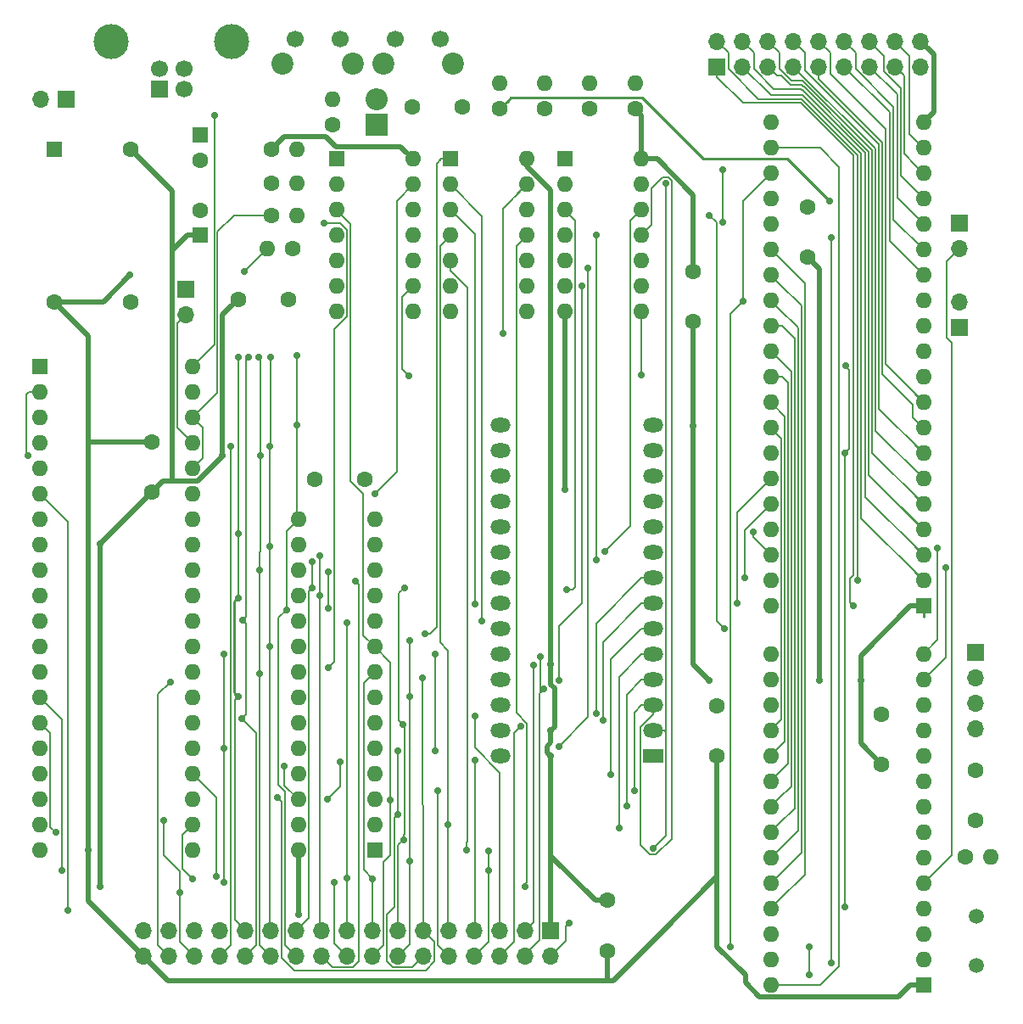
<source format=gbr>
G04 #@! TF.GenerationSoftware,KiCad,Pcbnew,5.1.5+dfsg1-2build2*
G04 #@! TF.CreationDate,2021-10-03T17:02:51+02:00*
G04 #@! TF.ProjectId,board6502,626f6172-6436-4353-9032-2e6b69636164,rev?*
G04 #@! TF.SameCoordinates,Original*
G04 #@! TF.FileFunction,Copper,L2,Bot*
G04 #@! TF.FilePolarity,Positive*
%FSLAX46Y46*%
G04 Gerber Fmt 4.6, Leading zero omitted, Abs format (unit mm)*
G04 Created by KiCad (PCBNEW 5.1.5+dfsg1-2build2) date 2021-10-03 17:02:51*
%MOMM*%
%LPD*%
G04 APERTURE LIST*
%ADD10C,1.600000*%
%ADD11O,1.600000X1.600000*%
%ADD12R,1.600000X1.600000*%
%ADD13R,1.700000X1.700000*%
%ADD14O,1.700000X1.700000*%
%ADD15C,1.700000*%
%ADD16C,3.500000*%
%ADD17R,2.200000X2.200000*%
%ADD18O,2.200000X2.200000*%
%ADD19C,2.200000*%
%ADD20R,2.000000X1.440000*%
%ADD21O,2.000000X1.440000*%
%ADD22C,1.500000*%
%ADD23C,0.700000*%
%ADD24C,0.254000*%
%ADD25C,0.508000*%
%ADD26C,0.152400*%
G04 APERTURE END LIST*
D10*
X102500000Y-40800000D03*
D11*
X102500000Y-38260000D03*
D12*
X81000000Y-114800000D03*
D11*
X73380000Y-81780000D03*
X81000000Y-112260000D03*
X73380000Y-84320000D03*
X81000000Y-109720000D03*
X73380000Y-86860000D03*
X81000000Y-107180000D03*
X73380000Y-89400000D03*
X81000000Y-104640000D03*
X73380000Y-91940000D03*
X81000000Y-102100000D03*
X73380000Y-94480000D03*
X81000000Y-99560000D03*
X73380000Y-97020000D03*
X81000000Y-97020000D03*
X73380000Y-99560000D03*
X81000000Y-94480000D03*
X73380000Y-102100000D03*
X81000000Y-91940000D03*
X73380000Y-104640000D03*
X81000000Y-89400000D03*
X73380000Y-107180000D03*
X81000000Y-86860000D03*
X73380000Y-109720000D03*
X81000000Y-84320000D03*
X73380000Y-112260000D03*
X81000000Y-81780000D03*
X73380000Y-114800000D03*
X120560000Y-90400000D03*
X135800000Y-42140000D03*
X120560000Y-87860000D03*
X135800000Y-44680000D03*
X120560000Y-85320000D03*
X135800000Y-47220000D03*
X120560000Y-82780000D03*
X135800000Y-49760000D03*
X120560000Y-80240000D03*
X135800000Y-52300000D03*
X120560000Y-77700000D03*
X135800000Y-54840000D03*
X120560000Y-75160000D03*
X135800000Y-57380000D03*
X120560000Y-72620000D03*
X135800000Y-59920000D03*
X120560000Y-70080000D03*
X135800000Y-62460000D03*
X120560000Y-67540000D03*
X135800000Y-65000000D03*
X120560000Y-65000000D03*
X135800000Y-67540000D03*
X120560000Y-62460000D03*
X135800000Y-70080000D03*
X120560000Y-59920000D03*
X135800000Y-72620000D03*
X120560000Y-57380000D03*
X135800000Y-75160000D03*
X120560000Y-54840000D03*
X135800000Y-77700000D03*
X120560000Y-52300000D03*
X135800000Y-80240000D03*
X120560000Y-49760000D03*
X135800000Y-82780000D03*
X120560000Y-47220000D03*
X135800000Y-85320000D03*
X120560000Y-44680000D03*
X135800000Y-87860000D03*
X120560000Y-42140000D03*
D12*
X135800000Y-90400000D03*
D13*
X115200000Y-36600000D03*
D14*
X115200000Y-34060000D03*
X117740000Y-36600000D03*
X117740000Y-34060000D03*
X120280000Y-36600000D03*
X120280000Y-34060000D03*
X122820000Y-36600000D03*
X122820000Y-34060000D03*
X125360000Y-36600000D03*
X125360000Y-34060000D03*
X127900000Y-36600000D03*
X127900000Y-34060000D03*
X130440000Y-36600000D03*
X130440000Y-34060000D03*
X132980000Y-36600000D03*
X132980000Y-34060000D03*
X135520000Y-36600000D03*
X135520000Y-34060000D03*
D13*
X59500000Y-38800000D03*
D15*
X62000000Y-38800000D03*
X62000000Y-36800000D03*
X59500000Y-36800000D03*
D16*
X54730000Y-34090000D03*
X66770000Y-34090000D03*
D14*
X57960000Y-125340000D03*
X57960000Y-122800000D03*
X60500000Y-125340000D03*
X60500000Y-122800000D03*
X63040000Y-125340000D03*
X63040000Y-122800000D03*
X65580000Y-125340000D03*
X65580000Y-122800000D03*
X68120000Y-125340000D03*
X68120000Y-122800000D03*
X70660000Y-125340000D03*
X70660000Y-122800000D03*
X73200000Y-125340000D03*
X73200000Y-122800000D03*
X75740000Y-125340000D03*
X75740000Y-122800000D03*
X78280000Y-125340000D03*
X78280000Y-122800000D03*
X80820000Y-125340000D03*
X80820000Y-122800000D03*
X83360000Y-125340000D03*
X83360000Y-122800000D03*
X85900000Y-125340000D03*
X85900000Y-122800000D03*
X88440000Y-125340000D03*
X88440000Y-122800000D03*
X90980000Y-125340000D03*
X90980000Y-122800000D03*
X93520000Y-125340000D03*
X93520000Y-122800000D03*
X96060000Y-125340000D03*
X96060000Y-122800000D03*
X98600000Y-125340000D03*
D13*
X98600000Y-122800000D03*
D10*
X141000000Y-106800000D03*
X141000000Y-111800000D03*
X124200000Y-50600000D03*
X124200000Y-55600000D03*
X75000000Y-77800000D03*
X80000000Y-77800000D03*
D12*
X63600000Y-43400000D03*
D10*
X63600000Y-45900000D03*
X72400000Y-59800000D03*
X67400000Y-59800000D03*
X112800000Y-62000000D03*
X112800000Y-57000000D03*
X131600000Y-101200000D03*
X131600000Y-106200000D03*
X58800000Y-79000000D03*
X58800000Y-74000000D03*
X63600000Y-50900000D03*
D12*
X63600000Y-53400000D03*
D10*
X104200000Y-119800000D03*
X104200000Y-124800000D03*
X115200000Y-105400000D03*
X115200000Y-100400000D03*
X89800000Y-40600000D03*
X84800000Y-40600000D03*
D17*
X81200000Y-42400000D03*
D18*
X81200000Y-39860000D03*
D13*
X141000000Y-95000000D03*
D14*
X141000000Y-97540000D03*
X141000000Y-100080000D03*
X141000000Y-102620000D03*
X47660000Y-39800000D03*
D13*
X50200000Y-39800000D03*
X139400000Y-62600000D03*
D14*
X139400000Y-60060000D03*
D13*
X139400000Y-52200000D03*
D14*
X139400000Y-54740000D03*
X62200000Y-61340000D03*
D13*
X62200000Y-58800000D03*
D11*
X107000000Y-38260000D03*
D10*
X107000000Y-40800000D03*
D11*
X98000000Y-38260000D03*
D10*
X98000000Y-40800000D03*
D11*
X70260000Y-54750000D03*
D10*
X72800000Y-54750000D03*
X70750000Y-48200000D03*
D11*
X73290000Y-48200000D03*
D10*
X70750000Y-51400000D03*
D11*
X73290000Y-51400000D03*
X142540000Y-115400000D03*
D10*
X140000000Y-115400000D03*
X70750000Y-44800000D03*
D11*
X73290000Y-44800000D03*
D10*
X76800000Y-42400000D03*
D11*
X76800000Y-39860000D03*
X93500000Y-38260000D03*
D10*
X93500000Y-40800000D03*
D15*
X73100000Y-33800000D03*
X77600000Y-33800000D03*
D19*
X71850000Y-36300000D03*
X78850000Y-36300000D03*
X88850000Y-36300000D03*
X81850000Y-36300000D03*
D15*
X87600000Y-33800000D03*
X83100000Y-33800000D03*
D12*
X88600000Y-45800000D03*
D11*
X96220000Y-61040000D03*
X88600000Y-48340000D03*
X96220000Y-58500000D03*
X88600000Y-50880000D03*
X96220000Y-55960000D03*
X88600000Y-53420000D03*
X96220000Y-53420000D03*
X88600000Y-55960000D03*
X96220000Y-50880000D03*
X88600000Y-58500000D03*
X96220000Y-48340000D03*
X88600000Y-61040000D03*
X96220000Y-45800000D03*
D12*
X77200000Y-45800000D03*
D11*
X84820000Y-61040000D03*
X77200000Y-48340000D03*
X84820000Y-58500000D03*
X77200000Y-50880000D03*
X84820000Y-55960000D03*
X77200000Y-53420000D03*
X84820000Y-53420000D03*
X77200000Y-55960000D03*
X84820000Y-50880000D03*
X77200000Y-58500000D03*
X84820000Y-48340000D03*
X77200000Y-61040000D03*
X84820000Y-45800000D03*
X107620000Y-45800000D03*
X100000000Y-61040000D03*
X107620000Y-48340000D03*
X100000000Y-58500000D03*
X107620000Y-50880000D03*
X100000000Y-55960000D03*
X107620000Y-53420000D03*
X100000000Y-53420000D03*
X107620000Y-55960000D03*
X100000000Y-50880000D03*
X107620000Y-58500000D03*
X100000000Y-48340000D03*
X107620000Y-61040000D03*
D12*
X100000000Y-45800000D03*
X135800000Y-128200000D03*
D11*
X120560000Y-95180000D03*
X135800000Y-125660000D03*
X120560000Y-97720000D03*
X135800000Y-123120000D03*
X120560000Y-100260000D03*
X135800000Y-120580000D03*
X120560000Y-102800000D03*
X135800000Y-118040000D03*
X120560000Y-105340000D03*
X135800000Y-115500000D03*
X120560000Y-107880000D03*
X135800000Y-112960000D03*
X120560000Y-110420000D03*
X135800000Y-110420000D03*
X120560000Y-112960000D03*
X135800000Y-107880000D03*
X120560000Y-115500000D03*
X135800000Y-105340000D03*
X120560000Y-118040000D03*
X135800000Y-102800000D03*
X120560000Y-120580000D03*
X135800000Y-100260000D03*
X120560000Y-123120000D03*
X135800000Y-97720000D03*
X120560000Y-125660000D03*
X135800000Y-95180000D03*
X120560000Y-128200000D03*
D12*
X47600000Y-66500000D03*
D11*
X62840000Y-114760000D03*
X47600000Y-69040000D03*
X62840000Y-112220000D03*
X47600000Y-71580000D03*
X62840000Y-109680000D03*
X47600000Y-74120000D03*
X62840000Y-107140000D03*
X47600000Y-76660000D03*
X62840000Y-104600000D03*
X47600000Y-79200000D03*
X62840000Y-102060000D03*
X47600000Y-81740000D03*
X62840000Y-99520000D03*
X47600000Y-84280000D03*
X62840000Y-96980000D03*
X47600000Y-86820000D03*
X62840000Y-94440000D03*
X47600000Y-89360000D03*
X62840000Y-91900000D03*
X47600000Y-91900000D03*
X62840000Y-89360000D03*
X47600000Y-94440000D03*
X62840000Y-86820000D03*
X47600000Y-96980000D03*
X62840000Y-84280000D03*
X47600000Y-99520000D03*
X62840000Y-81740000D03*
X47600000Y-102060000D03*
X62840000Y-79200000D03*
X47600000Y-104600000D03*
X62840000Y-76660000D03*
X47600000Y-107140000D03*
X62840000Y-74120000D03*
X47600000Y-109680000D03*
X62840000Y-71580000D03*
X47600000Y-112220000D03*
X62840000Y-69040000D03*
X47600000Y-114760000D03*
X62840000Y-66500000D03*
D20*
X108800000Y-105400000D03*
D21*
X93560000Y-105400000D03*
X108800000Y-102860000D03*
X93560000Y-102860000D03*
X108800000Y-100320000D03*
X93560000Y-100320000D03*
X108800000Y-97780000D03*
X93560000Y-97780000D03*
X108800000Y-95240000D03*
X93560000Y-95240000D03*
X108800000Y-92700000D03*
X93560000Y-92700000D03*
X108800000Y-90160000D03*
X93560000Y-90160000D03*
X108800000Y-87620000D03*
X93560000Y-87620000D03*
X108800000Y-85080000D03*
X93560000Y-85080000D03*
X108800000Y-82540000D03*
X93560000Y-82540000D03*
X108800000Y-80000000D03*
X93560000Y-80000000D03*
X108800000Y-77460000D03*
X93560000Y-77460000D03*
X108800000Y-74920000D03*
X93560000Y-74920000D03*
X108800000Y-72380000D03*
X93560000Y-72380000D03*
D12*
X49000000Y-44800000D03*
D10*
X56620000Y-44800000D03*
X56620000Y-60040000D03*
X49000000Y-60040000D03*
D22*
X141100000Y-126300000D03*
X141100000Y-121400000D03*
D23*
X125400000Y-97800000D03*
X129534000Y-97866000D03*
X112800000Y-72400000D03*
X114400000Y-97800000D03*
X100000000Y-78800000D03*
X52440000Y-114760000D03*
X56600000Y-57400000D03*
X98600000Y-105400000D03*
X98600000Y-96200000D03*
X98600000Y-102800000D03*
X53600000Y-84200000D03*
X73380000Y-121180000D03*
X53600000Y-118400000D03*
X65838219Y-75361781D03*
X50408002Y-120791998D03*
X128800000Y-90400000D03*
X129200000Y-87800000D03*
X65000000Y-41400000D03*
X127960000Y-75160000D03*
X128000000Y-66400000D03*
X127960000Y-120440000D03*
X100465999Y-122065999D03*
X96909999Y-96309999D03*
X118800000Y-83000000D03*
X138000000Y-86600000D03*
X137200000Y-84600000D03*
X97900000Y-98700000D03*
X97514000Y-95486000D03*
X117980000Y-87620000D03*
X103100000Y-101100000D03*
X91000000Y-101400000D03*
X117160000Y-90160000D03*
X103800000Y-101800000D03*
X95600000Y-102400000D03*
X72000000Y-106400000D03*
X76320000Y-109720000D03*
X77600000Y-106000000D03*
X104600000Y-107200000D03*
X91004211Y-105795789D03*
X115900000Y-92700000D03*
X114400000Y-51400000D03*
X92415999Y-114815999D03*
X49804001Y-116795999D03*
X92415999Y-116784001D03*
X105400000Y-112600000D03*
X90200000Y-114800000D03*
X49200000Y-113000000D03*
X88340000Y-112260000D03*
X106200000Y-110400000D03*
X87335999Y-108864001D03*
X106935999Y-108864001D03*
X71300000Y-109500000D03*
X85800000Y-97600000D03*
X101700000Y-58500000D03*
X99400000Y-97800000D03*
X83365999Y-111165999D03*
X83365999Y-104834001D03*
X87034001Y-104834001D03*
X87034001Y-95234001D03*
X99374010Y-104425990D03*
X102304001Y-56710973D03*
X83905999Y-113705999D03*
X83800000Y-102200000D03*
X84000000Y-88600000D03*
X103180000Y-53420000D03*
X103180000Y-85780000D03*
X84545999Y-115854001D03*
X84545999Y-93854001D03*
X84545999Y-99454001D03*
X100200000Y-88800000D03*
X80820000Y-117620000D03*
X62800000Y-117600000D03*
X108800000Y-114600000D03*
X110054001Y-48254001D03*
X82600000Y-109800000D03*
X78280000Y-117520000D03*
X65200000Y-117400000D03*
X78280000Y-92080000D03*
X91740000Y-91940000D03*
X66000000Y-104600000D03*
X66000000Y-95200000D03*
X66000000Y-118000000D03*
X77000000Y-118000000D03*
X86054001Y-93145999D03*
X75574001Y-85374001D03*
X75574001Y-89374001D03*
X79085999Y-87914001D03*
X74800000Y-88600000D03*
X74800000Y-86000000D03*
X72200000Y-90800000D03*
X73220000Y-72380000D03*
X73220000Y-65420000D03*
X70560000Y-94440000D03*
X70560000Y-74440000D03*
X70560000Y-84440000D03*
X70600000Y-65600000D03*
X69555999Y-97155999D03*
X69555999Y-86844001D03*
X69400000Y-65600000D03*
X69600000Y-75400000D03*
X67400000Y-99400000D03*
X67400000Y-89600000D03*
X67400000Y-83200000D03*
X67400000Y-65600000D03*
X67775999Y-101624001D03*
X67800000Y-91800000D03*
X68400000Y-65600000D03*
X76400000Y-90600000D03*
X76400000Y-87000000D03*
X68000000Y-57000000D03*
X124400000Y-127200000D03*
X124400000Y-124400000D03*
X66684001Y-74484001D03*
X115745999Y-46854001D03*
X115745999Y-52145999D03*
X93800000Y-63200000D03*
X60000000Y-111800000D03*
X96000000Y-118400000D03*
X61604001Y-118995999D03*
X46400000Y-75400000D03*
X76400000Y-96600000D03*
X76000000Y-52200000D03*
X60600000Y-98000000D03*
X126400000Y-50000000D03*
X117814001Y-59985999D03*
X116555999Y-124444001D03*
X91000000Y-90200000D03*
X107620000Y-67380000D03*
X84400000Y-67400000D03*
X126600000Y-53600000D03*
X126600000Y-126000000D03*
X104000000Y-85000000D03*
X81000000Y-79200000D03*
D24*
X72400000Y-59700000D02*
X72400000Y-59800000D01*
X135800000Y-91454000D02*
X135800000Y-90400000D01*
X100024810Y-61064810D02*
X100000000Y-61040000D01*
X125400000Y-97800000D02*
X125400000Y-97800000D01*
X129534000Y-97866000D02*
X129534000Y-97720000D01*
X112800000Y-72400000D02*
X112800000Y-72400000D01*
X114400000Y-97800000D02*
X114400000Y-97800000D01*
D25*
X100000000Y-61040000D02*
X100000000Y-78800000D01*
X52440000Y-63480000D02*
X49000000Y-60040000D01*
X58800000Y-74000000D02*
X52400000Y-74000000D01*
X52400000Y-74000000D02*
X52440000Y-63480000D01*
X52440000Y-114760000D02*
X52400000Y-74000000D01*
X52440000Y-119820000D02*
X57960000Y-125340000D01*
X52440000Y-114760000D02*
X52440000Y-119820000D01*
X57960000Y-125340000D02*
X60420000Y-127800000D01*
X134492000Y-128200000D02*
X135800000Y-128200000D01*
X133260199Y-129431801D02*
X134492000Y-128200000D01*
X119431801Y-129431801D02*
X133260199Y-129431801D01*
X104200000Y-124800000D02*
X104200000Y-127600000D01*
X104200000Y-127600000D02*
X104000000Y-127800000D01*
X60420000Y-127800000D02*
X104000000Y-127800000D01*
X53960000Y-60040000D02*
X49000000Y-60040000D01*
X56600000Y-57400000D02*
X53960000Y-60040000D01*
X112800000Y-72400000D02*
X112800000Y-62000000D01*
X112800000Y-96200000D02*
X114400000Y-97800000D01*
X112800000Y-72400000D02*
X112800000Y-96200000D01*
X125400000Y-56800000D02*
X125400000Y-97800000D01*
X124200000Y-55600000D02*
X125400000Y-56800000D01*
X134492000Y-90400000D02*
X135800000Y-90400000D01*
X129534000Y-95358000D02*
X134492000Y-90400000D01*
X129534000Y-97866000D02*
X129534000Y-95358000D01*
X129534000Y-104134000D02*
X131600000Y-106200000D01*
X129534000Y-97866000D02*
X129534000Y-104134000D01*
X109200000Y-123400000D02*
X104800000Y-127800000D01*
X104000000Y-127800000D02*
X104800000Y-127800000D01*
X109200000Y-123400000D02*
X115200000Y-117400000D01*
X115200000Y-117400000D02*
X115200000Y-105400000D01*
X115200000Y-117400000D02*
X115200000Y-124400000D01*
X115200000Y-124400000D02*
X118000000Y-127200000D01*
X118000000Y-128000000D02*
X119431801Y-129431801D01*
X118000000Y-127200000D02*
X118000000Y-128000000D01*
D24*
X72450000Y-54750000D02*
X72800000Y-54750000D01*
X73200000Y-114980000D02*
X73380000Y-114800000D01*
D25*
X53600000Y-84200000D02*
X53600000Y-84200000D01*
X53600000Y-85000000D02*
X53600000Y-84200000D01*
X53600000Y-85000000D02*
X53600000Y-118400000D01*
X53600000Y-84200000D02*
X58800000Y-79000000D01*
X66600001Y-60599999D02*
X67400000Y-59800000D01*
X65838219Y-61361781D02*
X66600001Y-60599999D01*
X65838219Y-75484847D02*
X65838219Y-75361781D01*
X58800000Y-79000000D02*
X59831801Y-77968199D01*
X62292000Y-53400000D02*
X63600000Y-53400000D01*
X60768199Y-54923801D02*
X62292000Y-53400000D01*
X59831801Y-77968199D02*
X60768199Y-77968199D01*
X60768199Y-77968199D02*
X60768199Y-54923801D01*
X60768199Y-48948199D02*
X56620000Y-44800000D01*
X60768199Y-54923801D02*
X60768199Y-48948199D01*
X73380000Y-114800000D02*
X73380000Y-120420000D01*
X73380000Y-120420000D02*
X73380000Y-121180000D01*
X73380000Y-121180000D02*
X73380000Y-121180000D01*
X53600000Y-118400000D02*
X53600000Y-118400000D01*
X60768199Y-77968199D02*
X63354867Y-77968199D01*
X63354867Y-77968199D02*
X65838219Y-75484847D01*
X65838219Y-75361781D02*
X65838219Y-61361781D01*
X98600000Y-95705026D02*
X98600000Y-96200000D01*
X98600000Y-48896934D02*
X98600000Y-95705026D01*
X96220000Y-46516934D02*
X98600000Y-48896934D01*
X96220000Y-45800000D02*
X96220000Y-46516934D01*
X98949999Y-102450001D02*
X98600000Y-102800000D01*
X98949999Y-98592933D02*
X98949999Y-102450001D01*
X98600000Y-98242934D02*
X98949999Y-98592933D01*
X98600000Y-96200000D02*
X98600000Y-98242934D01*
X98250001Y-105050001D02*
X98600000Y-105400000D01*
X98250001Y-104392933D02*
X98250001Y-105050001D01*
X98600000Y-104042934D02*
X98250001Y-104392933D01*
X98600000Y-102800000D02*
X98600000Y-104042934D01*
X98600000Y-115331370D02*
X98600000Y-114800000D01*
X103068630Y-119800000D02*
X98600000Y-115331370D01*
X104200000Y-119800000D02*
X103068630Y-119800000D01*
X98600000Y-114800000D02*
X98600000Y-122800000D01*
X98600000Y-105400000D02*
X98600000Y-114800000D01*
X107620000Y-41420000D02*
X107000000Y-40800000D01*
X107620000Y-45800000D02*
X107620000Y-41420000D01*
X112800000Y-55868630D02*
X112800000Y-57000000D01*
X112800000Y-49387644D02*
X112800000Y-55868630D01*
X109212356Y-45800000D02*
X112800000Y-49387644D01*
X107620000Y-45800000D02*
X109212356Y-45800000D01*
X136369999Y-34909999D02*
X135520000Y-34060000D01*
X136801801Y-35341801D02*
X136369999Y-34909999D01*
X136801801Y-41138199D02*
X136801801Y-35341801D01*
X135800000Y-42140000D02*
X136801801Y-41138199D01*
X84020001Y-45000001D02*
X84820000Y-45800000D01*
X83588199Y-44568199D02*
X84020001Y-45000001D01*
X77145133Y-44568199D02*
X83588199Y-44568199D01*
X76145133Y-43568199D02*
X77145133Y-44568199D01*
X71981801Y-43568199D02*
X76145133Y-43568199D01*
X70750000Y-44800000D02*
X71981801Y-43568199D01*
D26*
X50408002Y-82008002D02*
X50408002Y-120791998D01*
X47600000Y-79200000D02*
X50408002Y-82008002D01*
X128450001Y-90050001D02*
X128800000Y-90400000D01*
X128450001Y-87656077D02*
X128450001Y-90050001D01*
X128766507Y-87339571D02*
X128450001Y-87656077D01*
X128766507Y-45433493D02*
X128766507Y-87339571D01*
X117797600Y-40200000D02*
X123533014Y-40200000D01*
X123533014Y-40200000D02*
X128766507Y-45433493D01*
X115200000Y-37602400D02*
X117797600Y-40200000D01*
X115200000Y-36600000D02*
X115200000Y-37602400D01*
X116304001Y-36797923D02*
X119306078Y-39800000D01*
X116304001Y-35164001D02*
X116304001Y-36797923D01*
X115200000Y-34060000D02*
X116304001Y-35164001D01*
X119306078Y-39800000D02*
X123600000Y-39800000D01*
X123600000Y-39800000D02*
X129200000Y-45400000D01*
X129200000Y-45400000D02*
X129200000Y-82333013D01*
X129200000Y-82333013D02*
X129200000Y-87800000D01*
X129200000Y-87800000D02*
X129200000Y-87800000D01*
X135000001Y-87060001D02*
X135800000Y-87860000D01*
X129566507Y-81626507D02*
X135800000Y-87860000D01*
X129566507Y-45233493D02*
X129566507Y-81626507D01*
X123733014Y-39400000D02*
X129566507Y-45233493D01*
X120540000Y-39400000D02*
X123733014Y-39400000D01*
X117740000Y-36600000D02*
X120540000Y-39400000D01*
X135000001Y-84520001D02*
X135800000Y-85320000D01*
X120846078Y-38800000D02*
X123533013Y-38800000D01*
X118844001Y-36797923D02*
X120846078Y-38800000D01*
X118844001Y-35164001D02*
X118844001Y-36797923D01*
X117740000Y-34060000D02*
X118844001Y-35164001D01*
X123663223Y-38930210D02*
X123730210Y-38930210D01*
X123533013Y-38800000D02*
X123663223Y-38930210D01*
X123730210Y-38930210D02*
X130000000Y-45200000D01*
X130000000Y-79520000D02*
X130000000Y-45200000D01*
X135800000Y-85320000D02*
X130000000Y-79520000D01*
X135000001Y-81980001D02*
X135800000Y-82780000D01*
X132205999Y-79185999D02*
X135000001Y-81980001D01*
X130339580Y-77319580D02*
X135800000Y-82780000D01*
X130339580Y-45053552D02*
X130339580Y-77319580D01*
X123886028Y-38600000D02*
X130339580Y-45053552D01*
X123800000Y-38600000D02*
X123886028Y-38600000D01*
X123600000Y-38400000D02*
X123800000Y-38600000D01*
X122519092Y-38400000D02*
X123600000Y-38400000D01*
X121129999Y-37449999D02*
X121569091Y-37449999D01*
X121569091Y-37449999D02*
X122519092Y-38400000D01*
X120280000Y-36600000D02*
X121129999Y-37449999D01*
X135000001Y-79440001D02*
X135800000Y-80240000D01*
X122586078Y-38000000D02*
X123753014Y-38000000D01*
X121384001Y-36797923D02*
X122586078Y-38000000D01*
X121384001Y-35164001D02*
X121384001Y-36797923D01*
X120280000Y-34060000D02*
X121384001Y-35164001D01*
X123753014Y-38000000D02*
X130669790Y-44916776D01*
X130669790Y-75109790D02*
X135800000Y-80240000D01*
X130669790Y-44916776D02*
X130669790Y-75109790D01*
X122820000Y-36600000D02*
X131000000Y-44780000D01*
X131000000Y-72900000D02*
X135800000Y-77700000D01*
X131000000Y-44780000D02*
X131000000Y-72900000D01*
X135000001Y-74360001D02*
X135800000Y-75160000D01*
X123669999Y-34909999D02*
X122820000Y-34060000D01*
X123924001Y-35164001D02*
X123669999Y-34909999D01*
X123924001Y-36924001D02*
X123924001Y-35164001D01*
X131339580Y-44339580D02*
X123924001Y-36924001D01*
X131339580Y-70699580D02*
X131339580Y-44339580D01*
X135800000Y-75160000D02*
X131339580Y-70699580D01*
X125360000Y-37802081D02*
X131669790Y-44111871D01*
X125360000Y-36600000D02*
X125360000Y-37802081D01*
X135000001Y-71820001D02*
X135800000Y-72620000D01*
X134745999Y-71565999D02*
X135000001Y-71820001D01*
X134745999Y-70345999D02*
X134745999Y-71565999D01*
X131669790Y-67269790D02*
X134745999Y-70345999D01*
X131669790Y-44111871D02*
X131669790Y-67269790D01*
X135000001Y-69280001D02*
X135800000Y-70080000D01*
X126464001Y-35164001D02*
X126464001Y-37264001D01*
X125360000Y-34060000D02*
X126464001Y-35164001D01*
X126464001Y-37264001D02*
X132000000Y-42800000D01*
X132000000Y-66280000D02*
X135800000Y-70080000D01*
X132000000Y-42800000D02*
X132000000Y-66280000D01*
X127900000Y-36600000D02*
X132400000Y-41100000D01*
X132400000Y-53980000D02*
X135800000Y-57380000D01*
X132400000Y-41100000D02*
X132400000Y-53980000D01*
X129004001Y-35164001D02*
X129004001Y-36804001D01*
X127900000Y-34060000D02*
X129004001Y-35164001D01*
X129004001Y-36804001D02*
X132800000Y-40600000D01*
X132800000Y-51840000D02*
X135800000Y-54840000D01*
X132800000Y-40600000D02*
X132800000Y-51840000D01*
X130440000Y-36600000D02*
X133169579Y-39329579D01*
X133169579Y-49669579D02*
X135800000Y-52300000D01*
X133169579Y-39329579D02*
X133169579Y-49669579D01*
X131875999Y-37075999D02*
X133499789Y-38699789D01*
X131875999Y-35495999D02*
X131875999Y-37075999D01*
X130440000Y-34060000D02*
X131875999Y-35495999D01*
X133499789Y-47459789D02*
X135800000Y-49760000D01*
X133499789Y-38699789D02*
X133499789Y-47459789D01*
X135000001Y-46420001D02*
X135800000Y-47220000D01*
X133829999Y-45249999D02*
X135000001Y-46420001D01*
X133829999Y-37449999D02*
X133829999Y-45249999D01*
X132980000Y-36600000D02*
X133829999Y-37449999D01*
X135000001Y-43880001D02*
X135800000Y-44680000D01*
X134415999Y-43295999D02*
X135000001Y-43880001D01*
X134415999Y-35495999D02*
X134415999Y-43295999D01*
X132980000Y-34060000D02*
X134415999Y-35495999D01*
X62840000Y-66500000D02*
X65000000Y-64340000D01*
X65000000Y-64340000D02*
X65000000Y-41400000D01*
X65000000Y-41400000D02*
X65000000Y-41400000D01*
X128000000Y-66400000D02*
X128400000Y-66800000D01*
X128400000Y-74720000D02*
X127960000Y-75160000D01*
X128400000Y-66800000D02*
X128400000Y-74720000D01*
X127960000Y-75160000D02*
X127960000Y-120440000D01*
X99449999Y-124490001D02*
X98600000Y-125340000D01*
X100116000Y-123824000D02*
X99449999Y-124490001D01*
X100116000Y-122415998D02*
X100116000Y-123824000D01*
X100465999Y-122065999D02*
X100116000Y-122415998D01*
X96909999Y-121950001D02*
X96909999Y-96309999D01*
X96060000Y-122800000D02*
X96909999Y-121950001D01*
X96909999Y-96309999D02*
X97000000Y-96219998D01*
X96909999Y-96309999D02*
X96909999Y-96309999D01*
X118800000Y-83560000D02*
X118800000Y-83000000D01*
X120560000Y-85320000D02*
X118800000Y-83560000D01*
X138000000Y-95520000D02*
X135800000Y-97720000D01*
X138000000Y-86600000D02*
X138000000Y-95520000D01*
X96060000Y-125140000D02*
X96060000Y-125340000D01*
X97495999Y-123704001D02*
X96060000Y-125140000D01*
X137200000Y-93780000D02*
X135800000Y-95180000D01*
X137200000Y-84600000D02*
X137200000Y-93780000D01*
X97495999Y-99304001D02*
X97495999Y-99104001D01*
X97495999Y-99304001D02*
X97495999Y-123704001D01*
X97900000Y-98700000D02*
X98000000Y-98600000D01*
X97600000Y-99000000D02*
X97514000Y-98914000D01*
X97514000Y-98914000D02*
X97514000Y-95486000D01*
X97495999Y-99104001D02*
X97600000Y-99000000D01*
X97600000Y-99000000D02*
X97900000Y-98700000D01*
X117980000Y-82820000D02*
X120560000Y-80240000D01*
X117980000Y-87620000D02*
X117980000Y-82820000D01*
X107647600Y-87620000D02*
X108800000Y-87620000D01*
X103100000Y-92167600D02*
X107647600Y-87620000D01*
X103100000Y-101100000D02*
X103100000Y-92167600D01*
X93520000Y-107017458D02*
X91000000Y-104497458D01*
X93520000Y-122800000D02*
X93520000Y-107017458D01*
X91000000Y-104497458D02*
X91000000Y-101400000D01*
X91000000Y-101400000D02*
X91000000Y-101400000D01*
X117160000Y-81100000D02*
X120560000Y-77700000D01*
X117160000Y-90160000D02*
X117160000Y-81100000D01*
X107647600Y-90160000D02*
X108800000Y-90160000D01*
X103800000Y-94007600D02*
X107647600Y-90160000D01*
X103800000Y-101800000D02*
X103800000Y-94007600D01*
X94955999Y-123904001D02*
X94955999Y-103044001D01*
X93520000Y-125340000D02*
X94955999Y-123904001D01*
X94955999Y-103044001D02*
X95600000Y-102400000D01*
X95600000Y-102400000D02*
X95600000Y-102400000D01*
X73380000Y-109720000D02*
X72000000Y-108340000D01*
X72000000Y-108340000D02*
X72000000Y-106400000D01*
X72000000Y-106400000D02*
X72000000Y-106200000D01*
X76320000Y-109720000D02*
X77600000Y-108440000D01*
X77600000Y-108440000D02*
X77600000Y-106000000D01*
X107647600Y-92700000D02*
X108800000Y-92700000D01*
X104600000Y-95747600D02*
X107647600Y-92700000D01*
X104600000Y-107200000D02*
X104600000Y-95747600D01*
X91004211Y-122775789D02*
X90980000Y-122800000D01*
X91004211Y-105795789D02*
X91004211Y-122775789D01*
X115141998Y-91941998D02*
X115141998Y-53643922D01*
X115900000Y-92700000D02*
X115141998Y-91941998D01*
X115141998Y-52141998D02*
X114400000Y-51400000D01*
X115141998Y-53643922D02*
X115141998Y-52141998D01*
X92415999Y-123904001D02*
X92415999Y-116784001D01*
X90980000Y-125340000D02*
X92415999Y-123904001D01*
X92415999Y-114815999D02*
X92415999Y-114815999D01*
X49804001Y-101724001D02*
X49804001Y-116795999D01*
X47600000Y-99520000D02*
X49804001Y-101724001D01*
X49804001Y-116795999D02*
X49804001Y-116795999D01*
X92415999Y-116784001D02*
X92415999Y-114815999D01*
X107647600Y-95240000D02*
X108800000Y-95240000D01*
X105400000Y-97487600D02*
X107647600Y-95240000D01*
X105400000Y-112600000D02*
X105400000Y-97487600D01*
X90258002Y-58598080D02*
X90258002Y-113941998D01*
X88600000Y-56940078D02*
X90258002Y-58598080D01*
X88600000Y-55960000D02*
X88600000Y-56940078D01*
X90200000Y-114000000D02*
X90200000Y-114800000D01*
X90258002Y-113941998D02*
X90200000Y-114000000D01*
X48654001Y-103114001D02*
X48654001Y-112454001D01*
X47600000Y-102060000D02*
X48654001Y-103114001D01*
X48654001Y-112454001D02*
X49200000Y-113000000D01*
X49200000Y-113000000D02*
X49200000Y-113000000D01*
X88340000Y-122700000D02*
X88440000Y-122800000D01*
X88340000Y-112260000D02*
X88340000Y-122700000D01*
X107647600Y-97780000D02*
X108800000Y-97780000D01*
X106200000Y-99227600D02*
X107647600Y-97780000D01*
X106200000Y-110400000D02*
X106200000Y-99227600D01*
X88340000Y-111765026D02*
X88340000Y-112260000D01*
X88340000Y-94833922D02*
X88340000Y-111765026D01*
X87545999Y-54474001D02*
X87545999Y-94039921D01*
X87545999Y-94039921D02*
X88340000Y-94833922D01*
X88600000Y-53420000D02*
X87545999Y-54474001D01*
X87335999Y-124235999D02*
X87335999Y-108864001D01*
X88440000Y-125340000D02*
X87335999Y-124235999D01*
X87335999Y-108864001D02*
X87335999Y-108864001D01*
X107647600Y-100320000D02*
X108800000Y-100320000D01*
X106935999Y-101031601D02*
X107647600Y-100320000D01*
X106935999Y-108864001D02*
X106935999Y-101031601D01*
X108674001Y-48740079D02*
X108674001Y-52365999D01*
X110658002Y-47964080D02*
X110343922Y-47650000D01*
X108674001Y-52365999D02*
X108419999Y-52620001D01*
X110658002Y-113635920D02*
X110658002Y-47964080D01*
X108419999Y-52620001D02*
X107620000Y-53420000D01*
X110343922Y-47650000D02*
X109764080Y-47650000D01*
X109089921Y-115204001D02*
X110658002Y-113635920D01*
X108510079Y-115204001D02*
X109089921Y-115204001D01*
X107545990Y-114239912D02*
X108510079Y-115204001D01*
X107545990Y-102456552D02*
X107545990Y-114239912D01*
X108800000Y-101202542D02*
X107545990Y-102456552D01*
X109764080Y-47650000D02*
X108674001Y-48740079D01*
X108800000Y-100320000D02*
X108800000Y-101202542D01*
X71765789Y-125539711D02*
X71765789Y-109965789D01*
X86099711Y-126774211D02*
X73000289Y-126774211D01*
X87004001Y-125869921D02*
X86099711Y-126774211D01*
X73000289Y-126774211D02*
X71765789Y-125539711D01*
X87004001Y-123904001D02*
X87004001Y-125869921D01*
X85900000Y-122800000D02*
X87004001Y-123904001D01*
X71765789Y-109965789D02*
X71300000Y-109500000D01*
X71300000Y-109500000D02*
X71200000Y-109400000D01*
X85900000Y-122800000D02*
X85800000Y-97600000D01*
X85800000Y-97600000D02*
X85800000Y-97600000D01*
X101700000Y-58500000D02*
X101700000Y-90100000D01*
X99400000Y-92400000D02*
X99400000Y-97800000D01*
X101700000Y-90100000D02*
X99400000Y-92400000D01*
X99400000Y-97800000D02*
X99400000Y-97800000D01*
X83365999Y-111165999D02*
X83365999Y-104834001D01*
X83365999Y-104834001D02*
X83365999Y-104834001D01*
X85050001Y-126189999D02*
X85900000Y-125340000D01*
X84795999Y-126444001D02*
X85050001Y-126189999D01*
X82830079Y-126444001D02*
X84795999Y-126444001D01*
X82255999Y-125869921D02*
X82830079Y-126444001D01*
X82255999Y-121176001D02*
X82255999Y-125869921D01*
X83016000Y-120416000D02*
X82255999Y-121176001D01*
X83016000Y-111515998D02*
X83016000Y-120416000D01*
X83365999Y-111165999D02*
X83016000Y-111515998D01*
X87034001Y-104834001D02*
X87034001Y-95234001D01*
X87034001Y-95234001D02*
X87034001Y-95234001D01*
X102304001Y-101495999D02*
X102304001Y-56710973D01*
X99374010Y-104425990D02*
X102304001Y-101495999D01*
X102304001Y-56710973D02*
X102304001Y-56710973D01*
X83905999Y-113211025D02*
X84000000Y-113117024D01*
X83905999Y-113705999D02*
X83905999Y-113211025D01*
X84000000Y-113117024D02*
X84000000Y-102400000D01*
X84000000Y-102400000D02*
X83800000Y-102200000D01*
X83800000Y-102200000D02*
X83800000Y-102200000D01*
X83360000Y-114251998D02*
X83905999Y-113705999D01*
X83360000Y-122800000D02*
X83360000Y-114251998D01*
X83450001Y-101850001D02*
X83450001Y-89149999D01*
X83800000Y-102200000D02*
X83450001Y-101850001D01*
X83450001Y-89149999D02*
X84000000Y-88600000D01*
X84000000Y-88600000D02*
X84000000Y-88600000D01*
X103180000Y-53420000D02*
X103180000Y-85780000D01*
X103180000Y-85780000D02*
X103180000Y-85780000D01*
X84545999Y-124154001D02*
X84545999Y-115854001D01*
X83360000Y-125340000D02*
X84545999Y-124154001D01*
X84545999Y-115854001D02*
X84545999Y-99454001D01*
X84545999Y-99454001D02*
X84545999Y-99454001D01*
X84545999Y-99454001D02*
X84545999Y-93854001D01*
X100800000Y-88800000D02*
X100200000Y-88800000D01*
X101054001Y-88545999D02*
X100800000Y-88800000D01*
X101054001Y-51934001D02*
X101054001Y-88545999D01*
X100000000Y-50880000D02*
X101054001Y-51934001D01*
X80200001Y-97819999D02*
X81000000Y-97020000D01*
X79945999Y-98074001D02*
X80200001Y-97819999D01*
X80820000Y-122800000D02*
X80820000Y-117620000D01*
X80820000Y-117620000D02*
X80820000Y-117620000D01*
X62040001Y-113019999D02*
X62840000Y-112220000D01*
X61785999Y-113274001D02*
X62040001Y-113019999D01*
X61785999Y-116585999D02*
X61785999Y-113274001D01*
X62800000Y-117600000D02*
X61785999Y-116585999D01*
X109952400Y-102860000D02*
X108800000Y-102860000D01*
X110054001Y-102961601D02*
X109952400Y-102860000D01*
X110054001Y-113345999D02*
X110054001Y-102961601D01*
X108800000Y-114600000D02*
X110054001Y-113345999D01*
X110054001Y-102961601D02*
X110054001Y-48254001D01*
X110054001Y-48254001D02*
X110054001Y-48254001D01*
X79945999Y-116745999D02*
X79945999Y-98074001D01*
X80820000Y-117620000D02*
X79945999Y-116745999D01*
X82500000Y-95980000D02*
X81000000Y-94480000D01*
X81669999Y-124490001D02*
X80820000Y-125340000D01*
X81924001Y-124235999D02*
X81669999Y-124490001D01*
X81924001Y-115930000D02*
X81924001Y-124235999D01*
X82600000Y-115254001D02*
X81924001Y-115930000D01*
X82600000Y-109800000D02*
X82600000Y-115254001D01*
X82600000Y-96080000D02*
X82500000Y-95980000D01*
X82600000Y-109800000D02*
X82600000Y-96080000D01*
X77999999Y-51679999D02*
X77200000Y-50880000D01*
X78584211Y-52264211D02*
X77999999Y-51679999D01*
X78584211Y-77944133D02*
X78584211Y-52264211D01*
X79856209Y-93336209D02*
X79856209Y-79216131D01*
X79856209Y-79216131D02*
X78584211Y-77944133D01*
X81000000Y-94480000D02*
X79856209Y-93336209D01*
X88600000Y-48340000D02*
X89654001Y-49394001D01*
X78280000Y-122800000D02*
X78280000Y-117520000D01*
X78280000Y-117520000D02*
X78280000Y-117480000D01*
X62840000Y-107140000D02*
X65200000Y-109500000D01*
X65200000Y-109500000D02*
X65200000Y-117400000D01*
X65200000Y-117400000D02*
X65200000Y-117400000D01*
X78280000Y-117520000D02*
X78280000Y-92080000D01*
X78280000Y-92080000D02*
X78280000Y-92080000D01*
X91740000Y-51480000D02*
X88600000Y-48340000D01*
X91740000Y-91940000D02*
X91740000Y-51480000D01*
X87647600Y-45800000D02*
X87545999Y-45901601D01*
X66000000Y-104600000D02*
X66000000Y-95200000D01*
X66000000Y-95200000D02*
X66000000Y-95200000D01*
X66000000Y-104600000D02*
X66000000Y-118000000D01*
X66000000Y-118000000D02*
X66000000Y-118000000D01*
X77000000Y-124060000D02*
X78280000Y-125340000D01*
X77000000Y-118000000D02*
X77000000Y-124060000D01*
X86548975Y-93145999D02*
X87200000Y-92494974D01*
X86054001Y-93145999D02*
X86548975Y-93145999D01*
X87200000Y-92494974D02*
X87200000Y-91600000D01*
X87647600Y-45800000D02*
X88600000Y-45800000D01*
X87200000Y-46247600D02*
X87647600Y-45800000D01*
X87200000Y-91600000D02*
X87200000Y-46247600D01*
X121359999Y-73419999D02*
X120560000Y-72620000D01*
X121614001Y-73674001D02*
X121359999Y-73419999D01*
X121614001Y-101745999D02*
X121614001Y-73674001D01*
X120560000Y-102800000D02*
X121614001Y-101745999D01*
X75574001Y-85374001D02*
X75574001Y-89374001D01*
X75574001Y-89374001D02*
X75574001Y-89374001D01*
X75574001Y-122634001D02*
X75740000Y-122800000D01*
X75574001Y-89374001D02*
X75574001Y-122634001D01*
X121359999Y-104540001D02*
X120560000Y-105340000D01*
X121944211Y-103955789D02*
X121359999Y-104540001D01*
X121944211Y-71464211D02*
X121944211Y-103955789D01*
X120560000Y-70080000D02*
X121944211Y-71464211D01*
X76844001Y-126444001D02*
X75740000Y-125340000D01*
X78809921Y-126444001D02*
X76844001Y-126444001D01*
X79435998Y-125817924D02*
X78809921Y-126444001D01*
X79435998Y-88264000D02*
X79435998Y-125817924D01*
X79085999Y-87914001D02*
X79435998Y-88264000D01*
X121359999Y-107080001D02*
X120560000Y-107880000D01*
X122274421Y-106165579D02*
X121359999Y-107080001D01*
X122274421Y-68123051D02*
X122274421Y-106165579D01*
X121691370Y-67540000D02*
X122274421Y-68123051D01*
X120560000Y-67540000D02*
X121691370Y-67540000D01*
X74800000Y-86000000D02*
X74800000Y-88600000D01*
X74049999Y-121950001D02*
X73200000Y-122800000D01*
X74450001Y-121549999D02*
X74049999Y-121950001D01*
X74450001Y-88949999D02*
X74450001Y-121549999D01*
X74800000Y-88600000D02*
X74450001Y-88949999D01*
X121359999Y-109620001D02*
X120560000Y-110420000D01*
X122604631Y-108375369D02*
X121359999Y-109620001D01*
X122604631Y-67044631D02*
X122604631Y-108375369D01*
X120560000Y-65000000D02*
X122604631Y-67044631D01*
X71395999Y-108202985D02*
X71395999Y-91604001D01*
X72095999Y-108902985D02*
X71395999Y-108202985D01*
X72095999Y-124235999D02*
X72095999Y-108902985D01*
X73200000Y-125340000D02*
X72095999Y-124235999D01*
X71395999Y-91604001D02*
X72200000Y-90800000D01*
X72200000Y-90800000D02*
X72200000Y-90800000D01*
X72200000Y-82960000D02*
X73380000Y-81780000D01*
X72200000Y-90800000D02*
X72200000Y-82960000D01*
X73220000Y-81620000D02*
X73380000Y-81780000D01*
X73220000Y-72380000D02*
X73220000Y-81620000D01*
X73220000Y-72380000D02*
X73220000Y-65420000D01*
X73220000Y-65420000D02*
X73220000Y-65420000D01*
X121359999Y-112160001D02*
X120560000Y-112960000D01*
X122934841Y-110585159D02*
X121359999Y-112160001D01*
X122934841Y-63703471D02*
X122934841Y-110585159D01*
X121691370Y-62460000D02*
X122934841Y-63703471D01*
X120560000Y-62460000D02*
X121691370Y-62460000D01*
X70560000Y-122700000D02*
X70660000Y-122800000D01*
X70560000Y-94440000D02*
X70560000Y-122700000D01*
X70560000Y-94440000D02*
X70560000Y-84440000D01*
X70560000Y-84440000D02*
X70560000Y-84440000D01*
X70560000Y-74440000D02*
X70560000Y-74440000D01*
X70560000Y-84440000D02*
X70560000Y-74440000D01*
X70600000Y-74400000D02*
X70560000Y-74440000D01*
X70600000Y-65600000D02*
X70600000Y-74400000D01*
X121359999Y-60719999D02*
X120560000Y-59920000D01*
X123265051Y-62625051D02*
X121359999Y-60719999D01*
X123265051Y-112794949D02*
X123265051Y-62625051D01*
X120560000Y-115500000D02*
X123265051Y-112794949D01*
X69555999Y-124235999D02*
X69555999Y-97155999D01*
X70660000Y-125340000D02*
X69555999Y-124235999D01*
X69555999Y-97155999D02*
X69555999Y-97155999D01*
X69555999Y-97155999D02*
X69555999Y-86844001D01*
X69555999Y-85044001D02*
X69600000Y-85000000D01*
X69555999Y-86844001D02*
X69555999Y-86844001D01*
X69600000Y-85000000D02*
X69600000Y-76800000D01*
X69600000Y-76800000D02*
X69600000Y-76800000D01*
X69555999Y-86844001D02*
X69555999Y-85044001D01*
X69600000Y-65800000D02*
X69400000Y-65600000D01*
X69600000Y-76800000D02*
X69600000Y-75400000D01*
X69600000Y-75400000D02*
X69600000Y-65800000D01*
X67400000Y-99400000D02*
X67400000Y-99400000D01*
X67400000Y-99400000D02*
X67014211Y-99014211D01*
X67014211Y-99014211D02*
X67014211Y-89985789D01*
X67014211Y-89985789D02*
X67400000Y-89600000D01*
X67400000Y-89600000D02*
X67400000Y-89600000D01*
X121359999Y-58179999D02*
X120560000Y-57380000D01*
X123595261Y-60415261D02*
X121359999Y-58179999D01*
X123595261Y-115004739D02*
X123595261Y-60415261D01*
X120560000Y-118040000D02*
X123595261Y-115004739D01*
X67050001Y-99749999D02*
X67400000Y-99400000D01*
X67050001Y-121730001D02*
X67050001Y-99749999D01*
X68120000Y-122800000D02*
X67050001Y-121730001D01*
X67050001Y-99250001D02*
X67050001Y-89949999D01*
X67200000Y-99400000D02*
X67050001Y-99250001D01*
X67050001Y-89949999D02*
X67400000Y-89600000D01*
X67400000Y-99400000D02*
X67200000Y-99400000D01*
X67400000Y-83200000D02*
X67400000Y-89600000D01*
X67400000Y-83200000D02*
X67400000Y-65600000D01*
X67400000Y-65600000D02*
X67400000Y-65600000D01*
X67800000Y-91800000D02*
X67800000Y-91800000D01*
X121359999Y-119780001D02*
X120560000Y-120580000D01*
X123925471Y-117214529D02*
X121359999Y-119780001D01*
X123925471Y-58205471D02*
X123925471Y-117214529D01*
X120560000Y-54840000D02*
X123925471Y-58205471D01*
X68125998Y-101974000D02*
X67775999Y-101624001D01*
X69224001Y-124235999D02*
X69224001Y-103072003D01*
X69224001Y-103072003D02*
X68125998Y-101974000D01*
X68120000Y-125340000D02*
X69224001Y-124235999D01*
X68149999Y-92149999D02*
X67800000Y-91800000D01*
X68149999Y-101250001D02*
X68149999Y-92149999D01*
X67775999Y-101624001D02*
X68149999Y-101250001D01*
X68149999Y-91450001D02*
X68149999Y-65850001D01*
X67800000Y-91800000D02*
X68149999Y-91450001D01*
X68149999Y-65850001D02*
X68400000Y-65600000D01*
X68400000Y-65600000D02*
X68400000Y-65600000D01*
X76400000Y-87000000D02*
X76400000Y-90600000D01*
X70250000Y-54750000D02*
X70260000Y-54750000D01*
X68000000Y-57000000D02*
X70250000Y-54750000D01*
X124400000Y-124400000D02*
X124400000Y-127200000D01*
X62040001Y-73320001D02*
X62840000Y-74120000D01*
X61350001Y-72630001D02*
X62040001Y-73320001D01*
X61350001Y-62189999D02*
X61350001Y-72630001D01*
X62200000Y-61340000D02*
X61350001Y-62189999D01*
X66684001Y-124235999D02*
X66684001Y-74484001D01*
X65580000Y-125340000D02*
X66684001Y-124235999D01*
X66684001Y-74484001D02*
X66684001Y-74484001D01*
X95000000Y-49560000D02*
X96220000Y-48340000D01*
X115745999Y-46854001D02*
X115745999Y-52145999D01*
X115745999Y-52145999D02*
X115745999Y-52145999D01*
X93800000Y-50760000D02*
X96220000Y-48340000D01*
X93800000Y-63200000D02*
X93800000Y-50760000D01*
X61604001Y-116870988D02*
X60000000Y-115266987D01*
X61604001Y-123904001D02*
X61604001Y-118995999D01*
X63040000Y-125340000D02*
X61604001Y-123904001D01*
X60000000Y-115266987D02*
X60000000Y-111800000D01*
X96204001Y-102110079D02*
X96204001Y-117995999D01*
X95165999Y-101072077D02*
X96204001Y-102110079D01*
X95165999Y-54474001D02*
X95165999Y-101072077D01*
X96220000Y-53420000D02*
X95165999Y-54474001D01*
X96204001Y-117995999D02*
X96000000Y-118200000D01*
X96000000Y-118200000D02*
X96000000Y-118400000D01*
X96000000Y-118400000D02*
X96000000Y-118400000D01*
X61604001Y-118995999D02*
X61604001Y-116870988D01*
X46468630Y-69040000D02*
X46200000Y-69308630D01*
X47600000Y-69040000D02*
X46468630Y-69040000D01*
X46200000Y-69308630D02*
X46200000Y-75200000D01*
X46200000Y-75200000D02*
X46400000Y-75400000D01*
X46400000Y-75400000D02*
X46400000Y-75400000D01*
X78254001Y-52914079D02*
X77539922Y-52200000D01*
X78254001Y-61545921D02*
X78254001Y-52914079D01*
X77004001Y-62795921D02*
X78254001Y-61545921D01*
X77004001Y-95995999D02*
X77004001Y-62795921D01*
X76400000Y-96600000D02*
X77004001Y-95995999D01*
X77539922Y-52200000D02*
X76000000Y-52200000D01*
X76000000Y-52200000D02*
X76000000Y-52200000D01*
X59395999Y-124235999D02*
X59395999Y-99204001D01*
X60500000Y-125340000D02*
X59395999Y-124235999D01*
X59395999Y-99204001D02*
X60600000Y-98000000D01*
X60600000Y-98000000D02*
X60600000Y-98000000D01*
X138604001Y-115235999D02*
X138604001Y-64161203D01*
X138604001Y-64161203D02*
X138095999Y-63653201D01*
X135800000Y-118040000D02*
X138604001Y-115235999D01*
X138095999Y-56044001D02*
X139400000Y-54740000D01*
X138095999Y-63653201D02*
X138095999Y-56044001D01*
X62840000Y-71580000D02*
X65330210Y-69089790D01*
X65330210Y-69089790D02*
X65330210Y-53069790D01*
X67000000Y-51400000D02*
X70750000Y-51400000D01*
X65330210Y-53069790D02*
X67000000Y-51400000D01*
X63639999Y-72379999D02*
X62840000Y-71580000D01*
X63894001Y-72634001D02*
X63639999Y-72379999D01*
X63894001Y-75605999D02*
X63894001Y-72634001D01*
X62840000Y-76660000D02*
X63894001Y-75605999D01*
D24*
X94299999Y-40000001D02*
X93500000Y-40800000D01*
X94604801Y-39695199D02*
X94299999Y-40000001D01*
X113784801Y-45784801D02*
X107695199Y-39695199D01*
X122184801Y-45784801D02*
X113784801Y-45784801D01*
X126400000Y-50000000D02*
X122184801Y-45784801D01*
X107695199Y-39695199D02*
X94604801Y-39695199D01*
D26*
X117814001Y-49965999D02*
X117814001Y-59985999D01*
X120560000Y-47220000D02*
X117814001Y-49965999D01*
X116555999Y-61244001D02*
X116555999Y-124444001D01*
X117814001Y-59985999D02*
X116555999Y-61244001D01*
X116555999Y-124444001D02*
X116555999Y-124555999D01*
X88600000Y-50880000D02*
X91000000Y-53280000D01*
X91000000Y-53280000D02*
X91000000Y-90200000D01*
X91000000Y-90200000D02*
X91000000Y-90200000D01*
X107620000Y-61040000D02*
X107620000Y-67020000D01*
X107620000Y-67020000D02*
X107620000Y-67380000D01*
X107620000Y-67380000D02*
X107620000Y-67580000D01*
X83765999Y-59554001D02*
X83765999Y-66765999D01*
X84820000Y-58500000D02*
X83765999Y-59554001D01*
X83765999Y-66765999D02*
X84400000Y-67400000D01*
X84400000Y-67400000D02*
X84400000Y-67400000D01*
X126600000Y-53600000D02*
X126600000Y-126000000D01*
X126600000Y-126000000D02*
X126600000Y-126000000D01*
X106565999Y-51934001D02*
X106565999Y-82434001D01*
X107620000Y-50880000D02*
X106565999Y-51934001D01*
X106565999Y-82434001D02*
X104000000Y-85000000D01*
X104000000Y-85000000D02*
X104000000Y-85000000D01*
X81000000Y-79200000D02*
X83200000Y-77000000D01*
X83200000Y-49960000D02*
X84820000Y-48340000D01*
X83200000Y-77000000D02*
X83200000Y-49960000D01*
X127355999Y-46577973D02*
X127355999Y-126355999D01*
X125511998Y-128200000D02*
X120560000Y-128200000D01*
X127355999Y-126355999D02*
X125511998Y-128200000D01*
X125458026Y-44680000D02*
X127355999Y-46577973D01*
X120560000Y-44680000D02*
X125458026Y-44680000D01*
M02*

</source>
